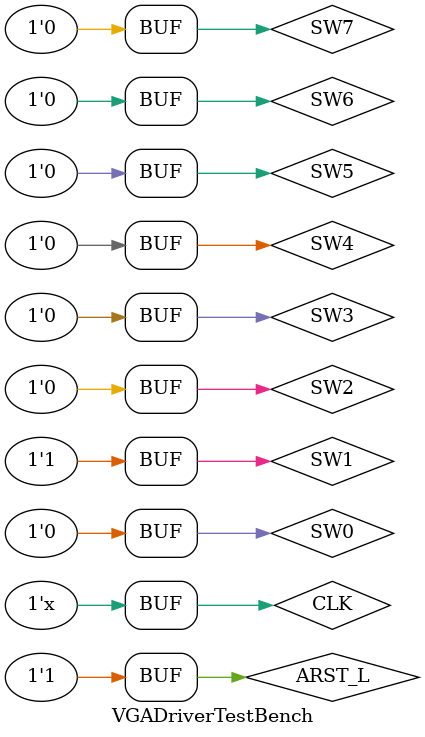
<source format=v>
`timescale 1ns / 1ps


module VGADriverTestBench;
reg CLK, ARST_L;
wire SW0, SW1, SW2, SW3, SW4, SW5, SW6, SW7; 
wire HSYNC, VSYNC;
wire [3:0] RED, GREEN, BLUE; 
VGADriver DUT(.CLK(CLK), .ARST_L(ARST_L), .SW0(SW0), .SW1(SW1), .SW2(SW2), .SW3(SW3), .SW4(SW4), .SW5(SW5), .SW6(SW6), .SW7(SW7), .HSYNC(HSYNC), .VSYNC(VSYNC)
              , .RED(RED), .GREEN(GREEN), .BLUE(BLUE));

assign {SW7, SW6, SW5, SW4, SW3, SW2, SW1, SW0} = 8'b00000010;//the test vector for the color blue
                                                              //can be changed to other test vectors
// creates 100Mhz clock signal
initial CLK <= 1'b0;
always #5CLK <= ~CLK;

// the reset signals 
// deactivate after 10ns
initial
begin 
    ARST_L <= 1'b0;
    #10ARST_L <= 1'b1;
end 


endmodule

</source>
